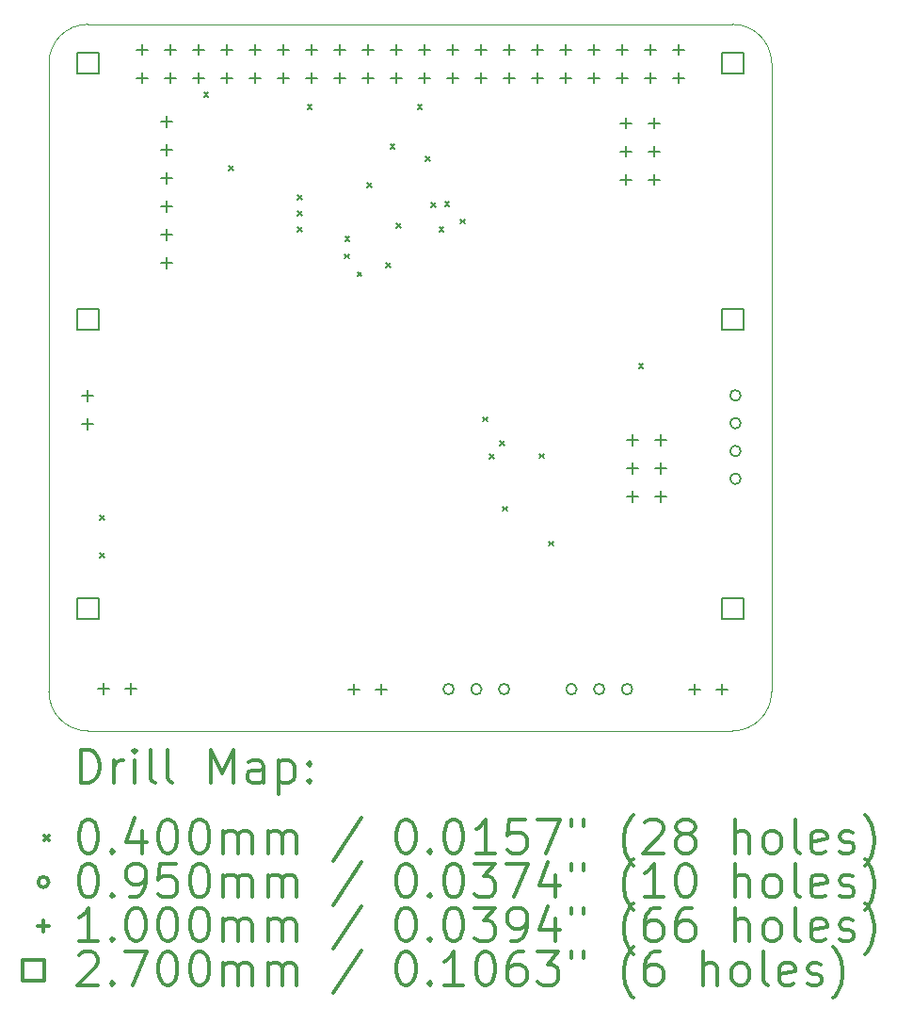
<source format=gbr>
%FSLAX45Y45*%
G04 Gerber Fmt 4.5, Leading zero omitted, Abs format (unit mm)*
G04 Created by KiCad (PCBNEW 5.1.10) date 2021-11-02 21:36:12*
%MOMM*%
%LPD*%
G01*
G04 APERTURE LIST*
%TA.AperFunction,Profile*%
%ADD10C,0.050000*%
%TD*%
%ADD11C,0.200000*%
%ADD12C,0.300000*%
G04 APERTURE END LIST*
D10*
X11530000Y-6850000D02*
X11530000Y-10200000D01*
X5030000Y-6850000D02*
X5030000Y-10200000D01*
X11530000Y-10200000D02*
G75*
G02*
X11180000Y-10550000I-350000J0D01*
G01*
X5380000Y-10550000D02*
G75*
G02*
X5030000Y-10200000I0J350000D01*
G01*
X5030000Y-4550000D02*
G75*
G02*
X5380000Y-4200000I350000J0D01*
G01*
X11180000Y-4200000D02*
G75*
G02*
X11530000Y-4550000I0J-350000D01*
G01*
X11530000Y-6850000D02*
X11530000Y-4550000D01*
X5380000Y-10550000D02*
X11180000Y-10550000D01*
X5030000Y-4550000D02*
X5030000Y-6850000D01*
X5380000Y-4200000D02*
X11180000Y-4200000D01*
D11*
X5490000Y-8615000D02*
X5530000Y-8655000D01*
X5530000Y-8615000D02*
X5490000Y-8655000D01*
X5490000Y-8955000D02*
X5530000Y-8995000D01*
X5530000Y-8955000D02*
X5490000Y-8995000D01*
X6425000Y-4815000D02*
X6465000Y-4855000D01*
X6465000Y-4815000D02*
X6425000Y-4855000D01*
X6650000Y-5475000D02*
X6690000Y-5515000D01*
X6690000Y-5475000D02*
X6650000Y-5515000D01*
X7265000Y-5735000D02*
X7305000Y-5775000D01*
X7305000Y-5735000D02*
X7265000Y-5775000D01*
X7265000Y-5880000D02*
X7305000Y-5920000D01*
X7305000Y-5880000D02*
X7265000Y-5920000D01*
X7265000Y-6025000D02*
X7305000Y-6065000D01*
X7305000Y-6025000D02*
X7265000Y-6065000D01*
X7355000Y-4925000D02*
X7395000Y-4965000D01*
X7395000Y-4925000D02*
X7355000Y-4965000D01*
X7692499Y-6265000D02*
X7732499Y-6305000D01*
X7732499Y-6265000D02*
X7692499Y-6305000D01*
X7695000Y-6105000D02*
X7735000Y-6145000D01*
X7735000Y-6105000D02*
X7695000Y-6145000D01*
X7805000Y-6425000D02*
X7845000Y-6465000D01*
X7845000Y-6425000D02*
X7805000Y-6465000D01*
X7895000Y-5625000D02*
X7935000Y-5665000D01*
X7935000Y-5625000D02*
X7895000Y-5665000D01*
X8060000Y-6345000D02*
X8100000Y-6385000D01*
X8100000Y-6345000D02*
X8060000Y-6385000D01*
X8100000Y-5275000D02*
X8140000Y-5315000D01*
X8140000Y-5275000D02*
X8100000Y-5315000D01*
X8155000Y-5990000D02*
X8195000Y-6030000D01*
X8195000Y-5990000D02*
X8155000Y-6030000D01*
X8345000Y-4925000D02*
X8385000Y-4965000D01*
X8385000Y-4925000D02*
X8345000Y-4965000D01*
X8420000Y-5390000D02*
X8460000Y-5430000D01*
X8460000Y-5390000D02*
X8420000Y-5430000D01*
X8471234Y-5803766D02*
X8511234Y-5843766D01*
X8511234Y-5803766D02*
X8471234Y-5843766D01*
X8540001Y-6025000D02*
X8580001Y-6065000D01*
X8580001Y-6025000D02*
X8540001Y-6065000D01*
X8592500Y-5792500D02*
X8632500Y-5832500D01*
X8632500Y-5792500D02*
X8592500Y-5832500D01*
X8730000Y-5950000D02*
X8770000Y-5990000D01*
X8770000Y-5950000D02*
X8730000Y-5990000D01*
X8935000Y-7730000D02*
X8975000Y-7770000D01*
X8975000Y-7730000D02*
X8935000Y-7770000D01*
X8995000Y-8062500D02*
X9035000Y-8102500D01*
X9035000Y-8062500D02*
X8995000Y-8102500D01*
X9085000Y-7945000D02*
X9125000Y-7985000D01*
X9125000Y-7945000D02*
X9085000Y-7985000D01*
X9112500Y-8532500D02*
X9152500Y-8572500D01*
X9152500Y-8532500D02*
X9112500Y-8572500D01*
X9440000Y-8060000D02*
X9480000Y-8100000D01*
X9480000Y-8060000D02*
X9440000Y-8100000D01*
X9530000Y-8847500D02*
X9570000Y-8887500D01*
X9570000Y-8847500D02*
X9530000Y-8887500D01*
X10335000Y-7250000D02*
X10375000Y-7290000D01*
X10375000Y-7250000D02*
X10335000Y-7290000D01*
X8672500Y-10175000D02*
G75*
G03*
X8672500Y-10175000I-47500J0D01*
G01*
X8922500Y-10175000D02*
G75*
G03*
X8922500Y-10175000I-47500J0D01*
G01*
X9172500Y-10175000D02*
G75*
G03*
X9172500Y-10175000I-47500J0D01*
G01*
X9777500Y-10175000D02*
G75*
G03*
X9777500Y-10175000I-47500J0D01*
G01*
X10027500Y-10175000D02*
G75*
G03*
X10027500Y-10175000I-47500J0D01*
G01*
X10277500Y-10175000D02*
G75*
G03*
X10277500Y-10175000I-47500J0D01*
G01*
X11252500Y-7535000D02*
G75*
G03*
X11252500Y-7535000I-47500J0D01*
G01*
X11252500Y-7785000D02*
G75*
G03*
X11252500Y-7785000I-47500J0D01*
G01*
X11252500Y-8035000D02*
G75*
G03*
X11252500Y-8035000I-47500J0D01*
G01*
X11252500Y-8285000D02*
G75*
G03*
X11252500Y-8285000I-47500J0D01*
G01*
X5380000Y-7490000D02*
X5380000Y-7590000D01*
X5330000Y-7540000D02*
X5430000Y-7540000D01*
X5380000Y-7740000D02*
X5380000Y-7840000D01*
X5330000Y-7790000D02*
X5430000Y-7790000D01*
X5520000Y-10120000D02*
X5520000Y-10220000D01*
X5470000Y-10170000D02*
X5570000Y-10170000D01*
X5770000Y-10120000D02*
X5770000Y-10220000D01*
X5720000Y-10170000D02*
X5820000Y-10170000D01*
X5870000Y-4376000D02*
X5870000Y-4476000D01*
X5820000Y-4426000D02*
X5920000Y-4426000D01*
X5870000Y-4630000D02*
X5870000Y-4730000D01*
X5820000Y-4680000D02*
X5920000Y-4680000D01*
X6085000Y-5025000D02*
X6085000Y-5125000D01*
X6035000Y-5075000D02*
X6135000Y-5075000D01*
X6085000Y-5279000D02*
X6085000Y-5379000D01*
X6035000Y-5329000D02*
X6135000Y-5329000D01*
X6085000Y-5533000D02*
X6085000Y-5633000D01*
X6035000Y-5583000D02*
X6135000Y-5583000D01*
X6085000Y-5787000D02*
X6085000Y-5887000D01*
X6035000Y-5837000D02*
X6135000Y-5837000D01*
X6085000Y-6041000D02*
X6085000Y-6141000D01*
X6035000Y-6091000D02*
X6135000Y-6091000D01*
X6085000Y-6295000D02*
X6085000Y-6395000D01*
X6035000Y-6345000D02*
X6135000Y-6345000D01*
X6124000Y-4376000D02*
X6124000Y-4476000D01*
X6074000Y-4426000D02*
X6174000Y-4426000D01*
X6124000Y-4630000D02*
X6124000Y-4730000D01*
X6074000Y-4680000D02*
X6174000Y-4680000D01*
X6378000Y-4376000D02*
X6378000Y-4476000D01*
X6328000Y-4426000D02*
X6428000Y-4426000D01*
X6378000Y-4630000D02*
X6378000Y-4730000D01*
X6328000Y-4680000D02*
X6428000Y-4680000D01*
X6632000Y-4376000D02*
X6632000Y-4476000D01*
X6582000Y-4426000D02*
X6682000Y-4426000D01*
X6632000Y-4630000D02*
X6632000Y-4730000D01*
X6582000Y-4680000D02*
X6682000Y-4680000D01*
X6886000Y-4376000D02*
X6886000Y-4476000D01*
X6836000Y-4426000D02*
X6936000Y-4426000D01*
X6886000Y-4630000D02*
X6886000Y-4730000D01*
X6836000Y-4680000D02*
X6936000Y-4680000D01*
X7140000Y-4376000D02*
X7140000Y-4476000D01*
X7090000Y-4426000D02*
X7190000Y-4426000D01*
X7140000Y-4630000D02*
X7140000Y-4730000D01*
X7090000Y-4680000D02*
X7190000Y-4680000D01*
X7394000Y-4376000D02*
X7394000Y-4476000D01*
X7344000Y-4426000D02*
X7444000Y-4426000D01*
X7394000Y-4630000D02*
X7394000Y-4730000D01*
X7344000Y-4680000D02*
X7444000Y-4680000D01*
X7648000Y-4376000D02*
X7648000Y-4476000D01*
X7598000Y-4426000D02*
X7698000Y-4426000D01*
X7648000Y-4630000D02*
X7648000Y-4730000D01*
X7598000Y-4680000D02*
X7698000Y-4680000D01*
X7770000Y-10125000D02*
X7770000Y-10225000D01*
X7720000Y-10175000D02*
X7820000Y-10175000D01*
X7902000Y-4376000D02*
X7902000Y-4476000D01*
X7852000Y-4426000D02*
X7952000Y-4426000D01*
X7902000Y-4630000D02*
X7902000Y-4730000D01*
X7852000Y-4680000D02*
X7952000Y-4680000D01*
X8020000Y-10125000D02*
X8020000Y-10225000D01*
X7970000Y-10175000D02*
X8070000Y-10175000D01*
X8156000Y-4376000D02*
X8156000Y-4476000D01*
X8106000Y-4426000D02*
X8206000Y-4426000D01*
X8156000Y-4630000D02*
X8156000Y-4730000D01*
X8106000Y-4680000D02*
X8206000Y-4680000D01*
X8410000Y-4376000D02*
X8410000Y-4476000D01*
X8360000Y-4426000D02*
X8460000Y-4426000D01*
X8410000Y-4630000D02*
X8410000Y-4730000D01*
X8360000Y-4680000D02*
X8460000Y-4680000D01*
X8664000Y-4376000D02*
X8664000Y-4476000D01*
X8614000Y-4426000D02*
X8714000Y-4426000D01*
X8664000Y-4630000D02*
X8664000Y-4730000D01*
X8614000Y-4680000D02*
X8714000Y-4680000D01*
X8918000Y-4376000D02*
X8918000Y-4476000D01*
X8868000Y-4426000D02*
X8968000Y-4426000D01*
X8918000Y-4630000D02*
X8918000Y-4730000D01*
X8868000Y-4680000D02*
X8968000Y-4680000D01*
X9172000Y-4376000D02*
X9172000Y-4476000D01*
X9122000Y-4426000D02*
X9222000Y-4426000D01*
X9172000Y-4630000D02*
X9172000Y-4730000D01*
X9122000Y-4680000D02*
X9222000Y-4680000D01*
X9426000Y-4376000D02*
X9426000Y-4476000D01*
X9376000Y-4426000D02*
X9476000Y-4426000D01*
X9426000Y-4630000D02*
X9426000Y-4730000D01*
X9376000Y-4680000D02*
X9476000Y-4680000D01*
X9680000Y-4376000D02*
X9680000Y-4476000D01*
X9630000Y-4426000D02*
X9730000Y-4426000D01*
X9680000Y-4630000D02*
X9680000Y-4730000D01*
X9630000Y-4680000D02*
X9730000Y-4680000D01*
X9934000Y-4376000D02*
X9934000Y-4476000D01*
X9884000Y-4426000D02*
X9984000Y-4426000D01*
X9934000Y-4630000D02*
X9934000Y-4730000D01*
X9884000Y-4680000D02*
X9984000Y-4680000D01*
X10188000Y-4376000D02*
X10188000Y-4476000D01*
X10138000Y-4426000D02*
X10238000Y-4426000D01*
X10188000Y-4630000D02*
X10188000Y-4730000D01*
X10138000Y-4680000D02*
X10238000Y-4680000D01*
X10222500Y-5037000D02*
X10222500Y-5137000D01*
X10172500Y-5087000D02*
X10272500Y-5087000D01*
X10222500Y-5291000D02*
X10222500Y-5391000D01*
X10172500Y-5341000D02*
X10272500Y-5341000D01*
X10222500Y-5545000D02*
X10222500Y-5645000D01*
X10172500Y-5595000D02*
X10272500Y-5595000D01*
X10276000Y-7887000D02*
X10276000Y-7987000D01*
X10226000Y-7937000D02*
X10326000Y-7937000D01*
X10276000Y-8141000D02*
X10276000Y-8241000D01*
X10226000Y-8191000D02*
X10326000Y-8191000D01*
X10276000Y-8395000D02*
X10276000Y-8495000D01*
X10226000Y-8445000D02*
X10326000Y-8445000D01*
X10442000Y-4376000D02*
X10442000Y-4476000D01*
X10392000Y-4426000D02*
X10492000Y-4426000D01*
X10442000Y-4630000D02*
X10442000Y-4730000D01*
X10392000Y-4680000D02*
X10492000Y-4680000D01*
X10476500Y-5037000D02*
X10476500Y-5137000D01*
X10426500Y-5087000D02*
X10526500Y-5087000D01*
X10476500Y-5291000D02*
X10476500Y-5391000D01*
X10426500Y-5341000D02*
X10526500Y-5341000D01*
X10476500Y-5545000D02*
X10476500Y-5645000D01*
X10426500Y-5595000D02*
X10526500Y-5595000D01*
X10530000Y-7887000D02*
X10530000Y-7987000D01*
X10480000Y-7937000D02*
X10580000Y-7937000D01*
X10530000Y-8141000D02*
X10530000Y-8241000D01*
X10480000Y-8191000D02*
X10580000Y-8191000D01*
X10530000Y-8395000D02*
X10530000Y-8495000D01*
X10480000Y-8445000D02*
X10580000Y-8445000D01*
X10696000Y-4376000D02*
X10696000Y-4476000D01*
X10646000Y-4426000D02*
X10746000Y-4426000D01*
X10696000Y-4630000D02*
X10696000Y-4730000D01*
X10646000Y-4680000D02*
X10746000Y-4680000D01*
X10835000Y-10125000D02*
X10835000Y-10225000D01*
X10785000Y-10175000D02*
X10885000Y-10175000D01*
X11085000Y-10125000D02*
X11085000Y-10225000D01*
X11035000Y-10175000D02*
X11135000Y-10175000D01*
X5475460Y-4645460D02*
X5475460Y-4454540D01*
X5284540Y-4454540D01*
X5284540Y-4645460D01*
X5475460Y-4645460D01*
X5475460Y-6945460D02*
X5475460Y-6754540D01*
X5284540Y-6754540D01*
X5284540Y-6945460D01*
X5475460Y-6945460D01*
X5475460Y-9545460D02*
X5475460Y-9354540D01*
X5284540Y-9354540D01*
X5284540Y-9545460D01*
X5475460Y-9545460D01*
X11275460Y-4645460D02*
X11275460Y-4454540D01*
X11084540Y-4454540D01*
X11084540Y-4645460D01*
X11275460Y-4645460D01*
X11275460Y-6945460D02*
X11275460Y-6754540D01*
X11084540Y-6754540D01*
X11084540Y-6945460D01*
X11275460Y-6945460D01*
X11275460Y-9545460D02*
X11275460Y-9354540D01*
X11084540Y-9354540D01*
X11084540Y-9545460D01*
X11275460Y-9545460D01*
D12*
X5313928Y-11018214D02*
X5313928Y-10718214D01*
X5385357Y-10718214D01*
X5428214Y-10732500D01*
X5456786Y-10761072D01*
X5471071Y-10789643D01*
X5485357Y-10846786D01*
X5485357Y-10889643D01*
X5471071Y-10946786D01*
X5456786Y-10975357D01*
X5428214Y-11003929D01*
X5385357Y-11018214D01*
X5313928Y-11018214D01*
X5613928Y-11018214D02*
X5613928Y-10818214D01*
X5613928Y-10875357D02*
X5628214Y-10846786D01*
X5642500Y-10832500D01*
X5671071Y-10818214D01*
X5699643Y-10818214D01*
X5799643Y-11018214D02*
X5799643Y-10818214D01*
X5799643Y-10718214D02*
X5785357Y-10732500D01*
X5799643Y-10746786D01*
X5813928Y-10732500D01*
X5799643Y-10718214D01*
X5799643Y-10746786D01*
X5985357Y-11018214D02*
X5956786Y-11003929D01*
X5942500Y-10975357D01*
X5942500Y-10718214D01*
X6142500Y-11018214D02*
X6113928Y-11003929D01*
X6099643Y-10975357D01*
X6099643Y-10718214D01*
X6485357Y-11018214D02*
X6485357Y-10718214D01*
X6585357Y-10932500D01*
X6685357Y-10718214D01*
X6685357Y-11018214D01*
X6956786Y-11018214D02*
X6956786Y-10861072D01*
X6942500Y-10832500D01*
X6913928Y-10818214D01*
X6856786Y-10818214D01*
X6828214Y-10832500D01*
X6956786Y-11003929D02*
X6928214Y-11018214D01*
X6856786Y-11018214D01*
X6828214Y-11003929D01*
X6813928Y-10975357D01*
X6813928Y-10946786D01*
X6828214Y-10918214D01*
X6856786Y-10903929D01*
X6928214Y-10903929D01*
X6956786Y-10889643D01*
X7099643Y-10818214D02*
X7099643Y-11118214D01*
X7099643Y-10832500D02*
X7128214Y-10818214D01*
X7185357Y-10818214D01*
X7213928Y-10832500D01*
X7228214Y-10846786D01*
X7242500Y-10875357D01*
X7242500Y-10961072D01*
X7228214Y-10989643D01*
X7213928Y-11003929D01*
X7185357Y-11018214D01*
X7128214Y-11018214D01*
X7099643Y-11003929D01*
X7371071Y-10989643D02*
X7385357Y-11003929D01*
X7371071Y-11018214D01*
X7356786Y-11003929D01*
X7371071Y-10989643D01*
X7371071Y-11018214D01*
X7371071Y-10832500D02*
X7385357Y-10846786D01*
X7371071Y-10861072D01*
X7356786Y-10846786D01*
X7371071Y-10832500D01*
X7371071Y-10861072D01*
X4987500Y-11492500D02*
X5027500Y-11532500D01*
X5027500Y-11492500D02*
X4987500Y-11532500D01*
X5371071Y-11348214D02*
X5399643Y-11348214D01*
X5428214Y-11362500D01*
X5442500Y-11376786D01*
X5456786Y-11405357D01*
X5471071Y-11462500D01*
X5471071Y-11533929D01*
X5456786Y-11591071D01*
X5442500Y-11619643D01*
X5428214Y-11633929D01*
X5399643Y-11648214D01*
X5371071Y-11648214D01*
X5342500Y-11633929D01*
X5328214Y-11619643D01*
X5313928Y-11591071D01*
X5299643Y-11533929D01*
X5299643Y-11462500D01*
X5313928Y-11405357D01*
X5328214Y-11376786D01*
X5342500Y-11362500D01*
X5371071Y-11348214D01*
X5599643Y-11619643D02*
X5613928Y-11633929D01*
X5599643Y-11648214D01*
X5585357Y-11633929D01*
X5599643Y-11619643D01*
X5599643Y-11648214D01*
X5871071Y-11448214D02*
X5871071Y-11648214D01*
X5799643Y-11333929D02*
X5728214Y-11548214D01*
X5913928Y-11548214D01*
X6085357Y-11348214D02*
X6113928Y-11348214D01*
X6142500Y-11362500D01*
X6156786Y-11376786D01*
X6171071Y-11405357D01*
X6185357Y-11462500D01*
X6185357Y-11533929D01*
X6171071Y-11591071D01*
X6156786Y-11619643D01*
X6142500Y-11633929D01*
X6113928Y-11648214D01*
X6085357Y-11648214D01*
X6056786Y-11633929D01*
X6042500Y-11619643D01*
X6028214Y-11591071D01*
X6013928Y-11533929D01*
X6013928Y-11462500D01*
X6028214Y-11405357D01*
X6042500Y-11376786D01*
X6056786Y-11362500D01*
X6085357Y-11348214D01*
X6371071Y-11348214D02*
X6399643Y-11348214D01*
X6428214Y-11362500D01*
X6442500Y-11376786D01*
X6456786Y-11405357D01*
X6471071Y-11462500D01*
X6471071Y-11533929D01*
X6456786Y-11591071D01*
X6442500Y-11619643D01*
X6428214Y-11633929D01*
X6399643Y-11648214D01*
X6371071Y-11648214D01*
X6342500Y-11633929D01*
X6328214Y-11619643D01*
X6313928Y-11591071D01*
X6299643Y-11533929D01*
X6299643Y-11462500D01*
X6313928Y-11405357D01*
X6328214Y-11376786D01*
X6342500Y-11362500D01*
X6371071Y-11348214D01*
X6599643Y-11648214D02*
X6599643Y-11448214D01*
X6599643Y-11476786D02*
X6613928Y-11462500D01*
X6642500Y-11448214D01*
X6685357Y-11448214D01*
X6713928Y-11462500D01*
X6728214Y-11491071D01*
X6728214Y-11648214D01*
X6728214Y-11491071D02*
X6742500Y-11462500D01*
X6771071Y-11448214D01*
X6813928Y-11448214D01*
X6842500Y-11462500D01*
X6856786Y-11491071D01*
X6856786Y-11648214D01*
X6999643Y-11648214D02*
X6999643Y-11448214D01*
X6999643Y-11476786D02*
X7013928Y-11462500D01*
X7042500Y-11448214D01*
X7085357Y-11448214D01*
X7113928Y-11462500D01*
X7128214Y-11491071D01*
X7128214Y-11648214D01*
X7128214Y-11491071D02*
X7142500Y-11462500D01*
X7171071Y-11448214D01*
X7213928Y-11448214D01*
X7242500Y-11462500D01*
X7256786Y-11491071D01*
X7256786Y-11648214D01*
X7842500Y-11333929D02*
X7585357Y-11719643D01*
X8228214Y-11348214D02*
X8256786Y-11348214D01*
X8285357Y-11362500D01*
X8299643Y-11376786D01*
X8313928Y-11405357D01*
X8328214Y-11462500D01*
X8328214Y-11533929D01*
X8313928Y-11591071D01*
X8299643Y-11619643D01*
X8285357Y-11633929D01*
X8256786Y-11648214D01*
X8228214Y-11648214D01*
X8199643Y-11633929D01*
X8185357Y-11619643D01*
X8171071Y-11591071D01*
X8156786Y-11533929D01*
X8156786Y-11462500D01*
X8171071Y-11405357D01*
X8185357Y-11376786D01*
X8199643Y-11362500D01*
X8228214Y-11348214D01*
X8456786Y-11619643D02*
X8471071Y-11633929D01*
X8456786Y-11648214D01*
X8442500Y-11633929D01*
X8456786Y-11619643D01*
X8456786Y-11648214D01*
X8656786Y-11348214D02*
X8685357Y-11348214D01*
X8713928Y-11362500D01*
X8728214Y-11376786D01*
X8742500Y-11405357D01*
X8756786Y-11462500D01*
X8756786Y-11533929D01*
X8742500Y-11591071D01*
X8728214Y-11619643D01*
X8713928Y-11633929D01*
X8685357Y-11648214D01*
X8656786Y-11648214D01*
X8628214Y-11633929D01*
X8613928Y-11619643D01*
X8599643Y-11591071D01*
X8585357Y-11533929D01*
X8585357Y-11462500D01*
X8599643Y-11405357D01*
X8613928Y-11376786D01*
X8628214Y-11362500D01*
X8656786Y-11348214D01*
X9042500Y-11648214D02*
X8871071Y-11648214D01*
X8956786Y-11648214D02*
X8956786Y-11348214D01*
X8928214Y-11391071D01*
X8899643Y-11419643D01*
X8871071Y-11433929D01*
X9313928Y-11348214D02*
X9171071Y-11348214D01*
X9156786Y-11491071D01*
X9171071Y-11476786D01*
X9199643Y-11462500D01*
X9271071Y-11462500D01*
X9299643Y-11476786D01*
X9313928Y-11491071D01*
X9328214Y-11519643D01*
X9328214Y-11591071D01*
X9313928Y-11619643D01*
X9299643Y-11633929D01*
X9271071Y-11648214D01*
X9199643Y-11648214D01*
X9171071Y-11633929D01*
X9156786Y-11619643D01*
X9428214Y-11348214D02*
X9628214Y-11348214D01*
X9499643Y-11648214D01*
X9728214Y-11348214D02*
X9728214Y-11405357D01*
X9842500Y-11348214D02*
X9842500Y-11405357D01*
X10285357Y-11762500D02*
X10271071Y-11748214D01*
X10242500Y-11705357D01*
X10228214Y-11676786D01*
X10213928Y-11633929D01*
X10199643Y-11562500D01*
X10199643Y-11505357D01*
X10213928Y-11433929D01*
X10228214Y-11391071D01*
X10242500Y-11362500D01*
X10271071Y-11319643D01*
X10285357Y-11305357D01*
X10385357Y-11376786D02*
X10399643Y-11362500D01*
X10428214Y-11348214D01*
X10499643Y-11348214D01*
X10528214Y-11362500D01*
X10542500Y-11376786D01*
X10556786Y-11405357D01*
X10556786Y-11433929D01*
X10542500Y-11476786D01*
X10371071Y-11648214D01*
X10556786Y-11648214D01*
X10728214Y-11476786D02*
X10699643Y-11462500D01*
X10685357Y-11448214D01*
X10671071Y-11419643D01*
X10671071Y-11405357D01*
X10685357Y-11376786D01*
X10699643Y-11362500D01*
X10728214Y-11348214D01*
X10785357Y-11348214D01*
X10813928Y-11362500D01*
X10828214Y-11376786D01*
X10842500Y-11405357D01*
X10842500Y-11419643D01*
X10828214Y-11448214D01*
X10813928Y-11462500D01*
X10785357Y-11476786D01*
X10728214Y-11476786D01*
X10699643Y-11491071D01*
X10685357Y-11505357D01*
X10671071Y-11533929D01*
X10671071Y-11591071D01*
X10685357Y-11619643D01*
X10699643Y-11633929D01*
X10728214Y-11648214D01*
X10785357Y-11648214D01*
X10813928Y-11633929D01*
X10828214Y-11619643D01*
X10842500Y-11591071D01*
X10842500Y-11533929D01*
X10828214Y-11505357D01*
X10813928Y-11491071D01*
X10785357Y-11476786D01*
X11199643Y-11648214D02*
X11199643Y-11348214D01*
X11328214Y-11648214D02*
X11328214Y-11491071D01*
X11313928Y-11462500D01*
X11285357Y-11448214D01*
X11242500Y-11448214D01*
X11213928Y-11462500D01*
X11199643Y-11476786D01*
X11513928Y-11648214D02*
X11485357Y-11633929D01*
X11471071Y-11619643D01*
X11456786Y-11591071D01*
X11456786Y-11505357D01*
X11471071Y-11476786D01*
X11485357Y-11462500D01*
X11513928Y-11448214D01*
X11556786Y-11448214D01*
X11585357Y-11462500D01*
X11599643Y-11476786D01*
X11613928Y-11505357D01*
X11613928Y-11591071D01*
X11599643Y-11619643D01*
X11585357Y-11633929D01*
X11556786Y-11648214D01*
X11513928Y-11648214D01*
X11785357Y-11648214D02*
X11756786Y-11633929D01*
X11742500Y-11605357D01*
X11742500Y-11348214D01*
X12013928Y-11633929D02*
X11985357Y-11648214D01*
X11928214Y-11648214D01*
X11899643Y-11633929D01*
X11885357Y-11605357D01*
X11885357Y-11491071D01*
X11899643Y-11462500D01*
X11928214Y-11448214D01*
X11985357Y-11448214D01*
X12013928Y-11462500D01*
X12028214Y-11491071D01*
X12028214Y-11519643D01*
X11885357Y-11548214D01*
X12142500Y-11633929D02*
X12171071Y-11648214D01*
X12228214Y-11648214D01*
X12256786Y-11633929D01*
X12271071Y-11605357D01*
X12271071Y-11591071D01*
X12256786Y-11562500D01*
X12228214Y-11548214D01*
X12185357Y-11548214D01*
X12156786Y-11533929D01*
X12142500Y-11505357D01*
X12142500Y-11491071D01*
X12156786Y-11462500D01*
X12185357Y-11448214D01*
X12228214Y-11448214D01*
X12256786Y-11462500D01*
X12371071Y-11762500D02*
X12385357Y-11748214D01*
X12413928Y-11705357D01*
X12428214Y-11676786D01*
X12442500Y-11633929D01*
X12456786Y-11562500D01*
X12456786Y-11505357D01*
X12442500Y-11433929D01*
X12428214Y-11391071D01*
X12413928Y-11362500D01*
X12385357Y-11319643D01*
X12371071Y-11305357D01*
X5027500Y-11908500D02*
G75*
G03*
X5027500Y-11908500I-47500J0D01*
G01*
X5371071Y-11744214D02*
X5399643Y-11744214D01*
X5428214Y-11758500D01*
X5442500Y-11772786D01*
X5456786Y-11801357D01*
X5471071Y-11858500D01*
X5471071Y-11929929D01*
X5456786Y-11987071D01*
X5442500Y-12015643D01*
X5428214Y-12029929D01*
X5399643Y-12044214D01*
X5371071Y-12044214D01*
X5342500Y-12029929D01*
X5328214Y-12015643D01*
X5313928Y-11987071D01*
X5299643Y-11929929D01*
X5299643Y-11858500D01*
X5313928Y-11801357D01*
X5328214Y-11772786D01*
X5342500Y-11758500D01*
X5371071Y-11744214D01*
X5599643Y-12015643D02*
X5613928Y-12029929D01*
X5599643Y-12044214D01*
X5585357Y-12029929D01*
X5599643Y-12015643D01*
X5599643Y-12044214D01*
X5756786Y-12044214D02*
X5813928Y-12044214D01*
X5842500Y-12029929D01*
X5856786Y-12015643D01*
X5885357Y-11972786D01*
X5899643Y-11915643D01*
X5899643Y-11801357D01*
X5885357Y-11772786D01*
X5871071Y-11758500D01*
X5842500Y-11744214D01*
X5785357Y-11744214D01*
X5756786Y-11758500D01*
X5742500Y-11772786D01*
X5728214Y-11801357D01*
X5728214Y-11872786D01*
X5742500Y-11901357D01*
X5756786Y-11915643D01*
X5785357Y-11929929D01*
X5842500Y-11929929D01*
X5871071Y-11915643D01*
X5885357Y-11901357D01*
X5899643Y-11872786D01*
X6171071Y-11744214D02*
X6028214Y-11744214D01*
X6013928Y-11887071D01*
X6028214Y-11872786D01*
X6056786Y-11858500D01*
X6128214Y-11858500D01*
X6156786Y-11872786D01*
X6171071Y-11887071D01*
X6185357Y-11915643D01*
X6185357Y-11987071D01*
X6171071Y-12015643D01*
X6156786Y-12029929D01*
X6128214Y-12044214D01*
X6056786Y-12044214D01*
X6028214Y-12029929D01*
X6013928Y-12015643D01*
X6371071Y-11744214D02*
X6399643Y-11744214D01*
X6428214Y-11758500D01*
X6442500Y-11772786D01*
X6456786Y-11801357D01*
X6471071Y-11858500D01*
X6471071Y-11929929D01*
X6456786Y-11987071D01*
X6442500Y-12015643D01*
X6428214Y-12029929D01*
X6399643Y-12044214D01*
X6371071Y-12044214D01*
X6342500Y-12029929D01*
X6328214Y-12015643D01*
X6313928Y-11987071D01*
X6299643Y-11929929D01*
X6299643Y-11858500D01*
X6313928Y-11801357D01*
X6328214Y-11772786D01*
X6342500Y-11758500D01*
X6371071Y-11744214D01*
X6599643Y-12044214D02*
X6599643Y-11844214D01*
X6599643Y-11872786D02*
X6613928Y-11858500D01*
X6642500Y-11844214D01*
X6685357Y-11844214D01*
X6713928Y-11858500D01*
X6728214Y-11887071D01*
X6728214Y-12044214D01*
X6728214Y-11887071D02*
X6742500Y-11858500D01*
X6771071Y-11844214D01*
X6813928Y-11844214D01*
X6842500Y-11858500D01*
X6856786Y-11887071D01*
X6856786Y-12044214D01*
X6999643Y-12044214D02*
X6999643Y-11844214D01*
X6999643Y-11872786D02*
X7013928Y-11858500D01*
X7042500Y-11844214D01*
X7085357Y-11844214D01*
X7113928Y-11858500D01*
X7128214Y-11887071D01*
X7128214Y-12044214D01*
X7128214Y-11887071D02*
X7142500Y-11858500D01*
X7171071Y-11844214D01*
X7213928Y-11844214D01*
X7242500Y-11858500D01*
X7256786Y-11887071D01*
X7256786Y-12044214D01*
X7842500Y-11729929D02*
X7585357Y-12115643D01*
X8228214Y-11744214D02*
X8256786Y-11744214D01*
X8285357Y-11758500D01*
X8299643Y-11772786D01*
X8313928Y-11801357D01*
X8328214Y-11858500D01*
X8328214Y-11929929D01*
X8313928Y-11987071D01*
X8299643Y-12015643D01*
X8285357Y-12029929D01*
X8256786Y-12044214D01*
X8228214Y-12044214D01*
X8199643Y-12029929D01*
X8185357Y-12015643D01*
X8171071Y-11987071D01*
X8156786Y-11929929D01*
X8156786Y-11858500D01*
X8171071Y-11801357D01*
X8185357Y-11772786D01*
X8199643Y-11758500D01*
X8228214Y-11744214D01*
X8456786Y-12015643D02*
X8471071Y-12029929D01*
X8456786Y-12044214D01*
X8442500Y-12029929D01*
X8456786Y-12015643D01*
X8456786Y-12044214D01*
X8656786Y-11744214D02*
X8685357Y-11744214D01*
X8713928Y-11758500D01*
X8728214Y-11772786D01*
X8742500Y-11801357D01*
X8756786Y-11858500D01*
X8756786Y-11929929D01*
X8742500Y-11987071D01*
X8728214Y-12015643D01*
X8713928Y-12029929D01*
X8685357Y-12044214D01*
X8656786Y-12044214D01*
X8628214Y-12029929D01*
X8613928Y-12015643D01*
X8599643Y-11987071D01*
X8585357Y-11929929D01*
X8585357Y-11858500D01*
X8599643Y-11801357D01*
X8613928Y-11772786D01*
X8628214Y-11758500D01*
X8656786Y-11744214D01*
X8856786Y-11744214D02*
X9042500Y-11744214D01*
X8942500Y-11858500D01*
X8985357Y-11858500D01*
X9013928Y-11872786D01*
X9028214Y-11887071D01*
X9042500Y-11915643D01*
X9042500Y-11987071D01*
X9028214Y-12015643D01*
X9013928Y-12029929D01*
X8985357Y-12044214D01*
X8899643Y-12044214D01*
X8871071Y-12029929D01*
X8856786Y-12015643D01*
X9142500Y-11744214D02*
X9342500Y-11744214D01*
X9213928Y-12044214D01*
X9585357Y-11844214D02*
X9585357Y-12044214D01*
X9513928Y-11729929D02*
X9442500Y-11944214D01*
X9628214Y-11944214D01*
X9728214Y-11744214D02*
X9728214Y-11801357D01*
X9842500Y-11744214D02*
X9842500Y-11801357D01*
X10285357Y-12158500D02*
X10271071Y-12144214D01*
X10242500Y-12101357D01*
X10228214Y-12072786D01*
X10213928Y-12029929D01*
X10199643Y-11958500D01*
X10199643Y-11901357D01*
X10213928Y-11829929D01*
X10228214Y-11787071D01*
X10242500Y-11758500D01*
X10271071Y-11715643D01*
X10285357Y-11701357D01*
X10556786Y-12044214D02*
X10385357Y-12044214D01*
X10471071Y-12044214D02*
X10471071Y-11744214D01*
X10442500Y-11787071D01*
X10413928Y-11815643D01*
X10385357Y-11829929D01*
X10742500Y-11744214D02*
X10771071Y-11744214D01*
X10799643Y-11758500D01*
X10813928Y-11772786D01*
X10828214Y-11801357D01*
X10842500Y-11858500D01*
X10842500Y-11929929D01*
X10828214Y-11987071D01*
X10813928Y-12015643D01*
X10799643Y-12029929D01*
X10771071Y-12044214D01*
X10742500Y-12044214D01*
X10713928Y-12029929D01*
X10699643Y-12015643D01*
X10685357Y-11987071D01*
X10671071Y-11929929D01*
X10671071Y-11858500D01*
X10685357Y-11801357D01*
X10699643Y-11772786D01*
X10713928Y-11758500D01*
X10742500Y-11744214D01*
X11199643Y-12044214D02*
X11199643Y-11744214D01*
X11328214Y-12044214D02*
X11328214Y-11887071D01*
X11313928Y-11858500D01*
X11285357Y-11844214D01*
X11242500Y-11844214D01*
X11213928Y-11858500D01*
X11199643Y-11872786D01*
X11513928Y-12044214D02*
X11485357Y-12029929D01*
X11471071Y-12015643D01*
X11456786Y-11987071D01*
X11456786Y-11901357D01*
X11471071Y-11872786D01*
X11485357Y-11858500D01*
X11513928Y-11844214D01*
X11556786Y-11844214D01*
X11585357Y-11858500D01*
X11599643Y-11872786D01*
X11613928Y-11901357D01*
X11613928Y-11987071D01*
X11599643Y-12015643D01*
X11585357Y-12029929D01*
X11556786Y-12044214D01*
X11513928Y-12044214D01*
X11785357Y-12044214D02*
X11756786Y-12029929D01*
X11742500Y-12001357D01*
X11742500Y-11744214D01*
X12013928Y-12029929D02*
X11985357Y-12044214D01*
X11928214Y-12044214D01*
X11899643Y-12029929D01*
X11885357Y-12001357D01*
X11885357Y-11887071D01*
X11899643Y-11858500D01*
X11928214Y-11844214D01*
X11985357Y-11844214D01*
X12013928Y-11858500D01*
X12028214Y-11887071D01*
X12028214Y-11915643D01*
X11885357Y-11944214D01*
X12142500Y-12029929D02*
X12171071Y-12044214D01*
X12228214Y-12044214D01*
X12256786Y-12029929D01*
X12271071Y-12001357D01*
X12271071Y-11987071D01*
X12256786Y-11958500D01*
X12228214Y-11944214D01*
X12185357Y-11944214D01*
X12156786Y-11929929D01*
X12142500Y-11901357D01*
X12142500Y-11887071D01*
X12156786Y-11858500D01*
X12185357Y-11844214D01*
X12228214Y-11844214D01*
X12256786Y-11858500D01*
X12371071Y-12158500D02*
X12385357Y-12144214D01*
X12413928Y-12101357D01*
X12428214Y-12072786D01*
X12442500Y-12029929D01*
X12456786Y-11958500D01*
X12456786Y-11901357D01*
X12442500Y-11829929D01*
X12428214Y-11787071D01*
X12413928Y-11758500D01*
X12385357Y-11715643D01*
X12371071Y-11701357D01*
X4977500Y-12254500D02*
X4977500Y-12354500D01*
X4927500Y-12304500D02*
X5027500Y-12304500D01*
X5471071Y-12440214D02*
X5299643Y-12440214D01*
X5385357Y-12440214D02*
X5385357Y-12140214D01*
X5356786Y-12183071D01*
X5328214Y-12211643D01*
X5299643Y-12225929D01*
X5599643Y-12411643D02*
X5613928Y-12425929D01*
X5599643Y-12440214D01*
X5585357Y-12425929D01*
X5599643Y-12411643D01*
X5599643Y-12440214D01*
X5799643Y-12140214D02*
X5828214Y-12140214D01*
X5856786Y-12154500D01*
X5871071Y-12168786D01*
X5885357Y-12197357D01*
X5899643Y-12254500D01*
X5899643Y-12325929D01*
X5885357Y-12383071D01*
X5871071Y-12411643D01*
X5856786Y-12425929D01*
X5828214Y-12440214D01*
X5799643Y-12440214D01*
X5771071Y-12425929D01*
X5756786Y-12411643D01*
X5742500Y-12383071D01*
X5728214Y-12325929D01*
X5728214Y-12254500D01*
X5742500Y-12197357D01*
X5756786Y-12168786D01*
X5771071Y-12154500D01*
X5799643Y-12140214D01*
X6085357Y-12140214D02*
X6113928Y-12140214D01*
X6142500Y-12154500D01*
X6156786Y-12168786D01*
X6171071Y-12197357D01*
X6185357Y-12254500D01*
X6185357Y-12325929D01*
X6171071Y-12383071D01*
X6156786Y-12411643D01*
X6142500Y-12425929D01*
X6113928Y-12440214D01*
X6085357Y-12440214D01*
X6056786Y-12425929D01*
X6042500Y-12411643D01*
X6028214Y-12383071D01*
X6013928Y-12325929D01*
X6013928Y-12254500D01*
X6028214Y-12197357D01*
X6042500Y-12168786D01*
X6056786Y-12154500D01*
X6085357Y-12140214D01*
X6371071Y-12140214D02*
X6399643Y-12140214D01*
X6428214Y-12154500D01*
X6442500Y-12168786D01*
X6456786Y-12197357D01*
X6471071Y-12254500D01*
X6471071Y-12325929D01*
X6456786Y-12383071D01*
X6442500Y-12411643D01*
X6428214Y-12425929D01*
X6399643Y-12440214D01*
X6371071Y-12440214D01*
X6342500Y-12425929D01*
X6328214Y-12411643D01*
X6313928Y-12383071D01*
X6299643Y-12325929D01*
X6299643Y-12254500D01*
X6313928Y-12197357D01*
X6328214Y-12168786D01*
X6342500Y-12154500D01*
X6371071Y-12140214D01*
X6599643Y-12440214D02*
X6599643Y-12240214D01*
X6599643Y-12268786D02*
X6613928Y-12254500D01*
X6642500Y-12240214D01*
X6685357Y-12240214D01*
X6713928Y-12254500D01*
X6728214Y-12283071D01*
X6728214Y-12440214D01*
X6728214Y-12283071D02*
X6742500Y-12254500D01*
X6771071Y-12240214D01*
X6813928Y-12240214D01*
X6842500Y-12254500D01*
X6856786Y-12283071D01*
X6856786Y-12440214D01*
X6999643Y-12440214D02*
X6999643Y-12240214D01*
X6999643Y-12268786D02*
X7013928Y-12254500D01*
X7042500Y-12240214D01*
X7085357Y-12240214D01*
X7113928Y-12254500D01*
X7128214Y-12283071D01*
X7128214Y-12440214D01*
X7128214Y-12283071D02*
X7142500Y-12254500D01*
X7171071Y-12240214D01*
X7213928Y-12240214D01*
X7242500Y-12254500D01*
X7256786Y-12283071D01*
X7256786Y-12440214D01*
X7842500Y-12125929D02*
X7585357Y-12511643D01*
X8228214Y-12140214D02*
X8256786Y-12140214D01*
X8285357Y-12154500D01*
X8299643Y-12168786D01*
X8313928Y-12197357D01*
X8328214Y-12254500D01*
X8328214Y-12325929D01*
X8313928Y-12383071D01*
X8299643Y-12411643D01*
X8285357Y-12425929D01*
X8256786Y-12440214D01*
X8228214Y-12440214D01*
X8199643Y-12425929D01*
X8185357Y-12411643D01*
X8171071Y-12383071D01*
X8156786Y-12325929D01*
X8156786Y-12254500D01*
X8171071Y-12197357D01*
X8185357Y-12168786D01*
X8199643Y-12154500D01*
X8228214Y-12140214D01*
X8456786Y-12411643D02*
X8471071Y-12425929D01*
X8456786Y-12440214D01*
X8442500Y-12425929D01*
X8456786Y-12411643D01*
X8456786Y-12440214D01*
X8656786Y-12140214D02*
X8685357Y-12140214D01*
X8713928Y-12154500D01*
X8728214Y-12168786D01*
X8742500Y-12197357D01*
X8756786Y-12254500D01*
X8756786Y-12325929D01*
X8742500Y-12383071D01*
X8728214Y-12411643D01*
X8713928Y-12425929D01*
X8685357Y-12440214D01*
X8656786Y-12440214D01*
X8628214Y-12425929D01*
X8613928Y-12411643D01*
X8599643Y-12383071D01*
X8585357Y-12325929D01*
X8585357Y-12254500D01*
X8599643Y-12197357D01*
X8613928Y-12168786D01*
X8628214Y-12154500D01*
X8656786Y-12140214D01*
X8856786Y-12140214D02*
X9042500Y-12140214D01*
X8942500Y-12254500D01*
X8985357Y-12254500D01*
X9013928Y-12268786D01*
X9028214Y-12283071D01*
X9042500Y-12311643D01*
X9042500Y-12383071D01*
X9028214Y-12411643D01*
X9013928Y-12425929D01*
X8985357Y-12440214D01*
X8899643Y-12440214D01*
X8871071Y-12425929D01*
X8856786Y-12411643D01*
X9185357Y-12440214D02*
X9242500Y-12440214D01*
X9271071Y-12425929D01*
X9285357Y-12411643D01*
X9313928Y-12368786D01*
X9328214Y-12311643D01*
X9328214Y-12197357D01*
X9313928Y-12168786D01*
X9299643Y-12154500D01*
X9271071Y-12140214D01*
X9213928Y-12140214D01*
X9185357Y-12154500D01*
X9171071Y-12168786D01*
X9156786Y-12197357D01*
X9156786Y-12268786D01*
X9171071Y-12297357D01*
X9185357Y-12311643D01*
X9213928Y-12325929D01*
X9271071Y-12325929D01*
X9299643Y-12311643D01*
X9313928Y-12297357D01*
X9328214Y-12268786D01*
X9585357Y-12240214D02*
X9585357Y-12440214D01*
X9513928Y-12125929D02*
X9442500Y-12340214D01*
X9628214Y-12340214D01*
X9728214Y-12140214D02*
X9728214Y-12197357D01*
X9842500Y-12140214D02*
X9842500Y-12197357D01*
X10285357Y-12554500D02*
X10271071Y-12540214D01*
X10242500Y-12497357D01*
X10228214Y-12468786D01*
X10213928Y-12425929D01*
X10199643Y-12354500D01*
X10199643Y-12297357D01*
X10213928Y-12225929D01*
X10228214Y-12183071D01*
X10242500Y-12154500D01*
X10271071Y-12111643D01*
X10285357Y-12097357D01*
X10528214Y-12140214D02*
X10471071Y-12140214D01*
X10442500Y-12154500D01*
X10428214Y-12168786D01*
X10399643Y-12211643D01*
X10385357Y-12268786D01*
X10385357Y-12383071D01*
X10399643Y-12411643D01*
X10413928Y-12425929D01*
X10442500Y-12440214D01*
X10499643Y-12440214D01*
X10528214Y-12425929D01*
X10542500Y-12411643D01*
X10556786Y-12383071D01*
X10556786Y-12311643D01*
X10542500Y-12283071D01*
X10528214Y-12268786D01*
X10499643Y-12254500D01*
X10442500Y-12254500D01*
X10413928Y-12268786D01*
X10399643Y-12283071D01*
X10385357Y-12311643D01*
X10813928Y-12140214D02*
X10756786Y-12140214D01*
X10728214Y-12154500D01*
X10713928Y-12168786D01*
X10685357Y-12211643D01*
X10671071Y-12268786D01*
X10671071Y-12383071D01*
X10685357Y-12411643D01*
X10699643Y-12425929D01*
X10728214Y-12440214D01*
X10785357Y-12440214D01*
X10813928Y-12425929D01*
X10828214Y-12411643D01*
X10842500Y-12383071D01*
X10842500Y-12311643D01*
X10828214Y-12283071D01*
X10813928Y-12268786D01*
X10785357Y-12254500D01*
X10728214Y-12254500D01*
X10699643Y-12268786D01*
X10685357Y-12283071D01*
X10671071Y-12311643D01*
X11199643Y-12440214D02*
X11199643Y-12140214D01*
X11328214Y-12440214D02*
X11328214Y-12283071D01*
X11313928Y-12254500D01*
X11285357Y-12240214D01*
X11242500Y-12240214D01*
X11213928Y-12254500D01*
X11199643Y-12268786D01*
X11513928Y-12440214D02*
X11485357Y-12425929D01*
X11471071Y-12411643D01*
X11456786Y-12383071D01*
X11456786Y-12297357D01*
X11471071Y-12268786D01*
X11485357Y-12254500D01*
X11513928Y-12240214D01*
X11556786Y-12240214D01*
X11585357Y-12254500D01*
X11599643Y-12268786D01*
X11613928Y-12297357D01*
X11613928Y-12383071D01*
X11599643Y-12411643D01*
X11585357Y-12425929D01*
X11556786Y-12440214D01*
X11513928Y-12440214D01*
X11785357Y-12440214D02*
X11756786Y-12425929D01*
X11742500Y-12397357D01*
X11742500Y-12140214D01*
X12013928Y-12425929D02*
X11985357Y-12440214D01*
X11928214Y-12440214D01*
X11899643Y-12425929D01*
X11885357Y-12397357D01*
X11885357Y-12283071D01*
X11899643Y-12254500D01*
X11928214Y-12240214D01*
X11985357Y-12240214D01*
X12013928Y-12254500D01*
X12028214Y-12283071D01*
X12028214Y-12311643D01*
X11885357Y-12340214D01*
X12142500Y-12425929D02*
X12171071Y-12440214D01*
X12228214Y-12440214D01*
X12256786Y-12425929D01*
X12271071Y-12397357D01*
X12271071Y-12383071D01*
X12256786Y-12354500D01*
X12228214Y-12340214D01*
X12185357Y-12340214D01*
X12156786Y-12325929D01*
X12142500Y-12297357D01*
X12142500Y-12283071D01*
X12156786Y-12254500D01*
X12185357Y-12240214D01*
X12228214Y-12240214D01*
X12256786Y-12254500D01*
X12371071Y-12554500D02*
X12385357Y-12540214D01*
X12413928Y-12497357D01*
X12428214Y-12468786D01*
X12442500Y-12425929D01*
X12456786Y-12354500D01*
X12456786Y-12297357D01*
X12442500Y-12225929D01*
X12428214Y-12183071D01*
X12413928Y-12154500D01*
X12385357Y-12111643D01*
X12371071Y-12097357D01*
X4987960Y-12795960D02*
X4987960Y-12605040D01*
X4797040Y-12605040D01*
X4797040Y-12795960D01*
X4987960Y-12795960D01*
X5299643Y-12564786D02*
X5313928Y-12550500D01*
X5342500Y-12536214D01*
X5413928Y-12536214D01*
X5442500Y-12550500D01*
X5456786Y-12564786D01*
X5471071Y-12593357D01*
X5471071Y-12621929D01*
X5456786Y-12664786D01*
X5285357Y-12836214D01*
X5471071Y-12836214D01*
X5599643Y-12807643D02*
X5613928Y-12821929D01*
X5599643Y-12836214D01*
X5585357Y-12821929D01*
X5599643Y-12807643D01*
X5599643Y-12836214D01*
X5713928Y-12536214D02*
X5913928Y-12536214D01*
X5785357Y-12836214D01*
X6085357Y-12536214D02*
X6113928Y-12536214D01*
X6142500Y-12550500D01*
X6156786Y-12564786D01*
X6171071Y-12593357D01*
X6185357Y-12650500D01*
X6185357Y-12721929D01*
X6171071Y-12779071D01*
X6156786Y-12807643D01*
X6142500Y-12821929D01*
X6113928Y-12836214D01*
X6085357Y-12836214D01*
X6056786Y-12821929D01*
X6042500Y-12807643D01*
X6028214Y-12779071D01*
X6013928Y-12721929D01*
X6013928Y-12650500D01*
X6028214Y-12593357D01*
X6042500Y-12564786D01*
X6056786Y-12550500D01*
X6085357Y-12536214D01*
X6371071Y-12536214D02*
X6399643Y-12536214D01*
X6428214Y-12550500D01*
X6442500Y-12564786D01*
X6456786Y-12593357D01*
X6471071Y-12650500D01*
X6471071Y-12721929D01*
X6456786Y-12779071D01*
X6442500Y-12807643D01*
X6428214Y-12821929D01*
X6399643Y-12836214D01*
X6371071Y-12836214D01*
X6342500Y-12821929D01*
X6328214Y-12807643D01*
X6313928Y-12779071D01*
X6299643Y-12721929D01*
X6299643Y-12650500D01*
X6313928Y-12593357D01*
X6328214Y-12564786D01*
X6342500Y-12550500D01*
X6371071Y-12536214D01*
X6599643Y-12836214D02*
X6599643Y-12636214D01*
X6599643Y-12664786D02*
X6613928Y-12650500D01*
X6642500Y-12636214D01*
X6685357Y-12636214D01*
X6713928Y-12650500D01*
X6728214Y-12679071D01*
X6728214Y-12836214D01*
X6728214Y-12679071D02*
X6742500Y-12650500D01*
X6771071Y-12636214D01*
X6813928Y-12636214D01*
X6842500Y-12650500D01*
X6856786Y-12679071D01*
X6856786Y-12836214D01*
X6999643Y-12836214D02*
X6999643Y-12636214D01*
X6999643Y-12664786D02*
X7013928Y-12650500D01*
X7042500Y-12636214D01*
X7085357Y-12636214D01*
X7113928Y-12650500D01*
X7128214Y-12679071D01*
X7128214Y-12836214D01*
X7128214Y-12679071D02*
X7142500Y-12650500D01*
X7171071Y-12636214D01*
X7213928Y-12636214D01*
X7242500Y-12650500D01*
X7256786Y-12679071D01*
X7256786Y-12836214D01*
X7842500Y-12521929D02*
X7585357Y-12907643D01*
X8228214Y-12536214D02*
X8256786Y-12536214D01*
X8285357Y-12550500D01*
X8299643Y-12564786D01*
X8313928Y-12593357D01*
X8328214Y-12650500D01*
X8328214Y-12721929D01*
X8313928Y-12779071D01*
X8299643Y-12807643D01*
X8285357Y-12821929D01*
X8256786Y-12836214D01*
X8228214Y-12836214D01*
X8199643Y-12821929D01*
X8185357Y-12807643D01*
X8171071Y-12779071D01*
X8156786Y-12721929D01*
X8156786Y-12650500D01*
X8171071Y-12593357D01*
X8185357Y-12564786D01*
X8199643Y-12550500D01*
X8228214Y-12536214D01*
X8456786Y-12807643D02*
X8471071Y-12821929D01*
X8456786Y-12836214D01*
X8442500Y-12821929D01*
X8456786Y-12807643D01*
X8456786Y-12836214D01*
X8756786Y-12836214D02*
X8585357Y-12836214D01*
X8671071Y-12836214D02*
X8671071Y-12536214D01*
X8642500Y-12579071D01*
X8613928Y-12607643D01*
X8585357Y-12621929D01*
X8942500Y-12536214D02*
X8971071Y-12536214D01*
X8999643Y-12550500D01*
X9013928Y-12564786D01*
X9028214Y-12593357D01*
X9042500Y-12650500D01*
X9042500Y-12721929D01*
X9028214Y-12779071D01*
X9013928Y-12807643D01*
X8999643Y-12821929D01*
X8971071Y-12836214D01*
X8942500Y-12836214D01*
X8913928Y-12821929D01*
X8899643Y-12807643D01*
X8885357Y-12779071D01*
X8871071Y-12721929D01*
X8871071Y-12650500D01*
X8885357Y-12593357D01*
X8899643Y-12564786D01*
X8913928Y-12550500D01*
X8942500Y-12536214D01*
X9299643Y-12536214D02*
X9242500Y-12536214D01*
X9213928Y-12550500D01*
X9199643Y-12564786D01*
X9171071Y-12607643D01*
X9156786Y-12664786D01*
X9156786Y-12779071D01*
X9171071Y-12807643D01*
X9185357Y-12821929D01*
X9213928Y-12836214D01*
X9271071Y-12836214D01*
X9299643Y-12821929D01*
X9313928Y-12807643D01*
X9328214Y-12779071D01*
X9328214Y-12707643D01*
X9313928Y-12679071D01*
X9299643Y-12664786D01*
X9271071Y-12650500D01*
X9213928Y-12650500D01*
X9185357Y-12664786D01*
X9171071Y-12679071D01*
X9156786Y-12707643D01*
X9428214Y-12536214D02*
X9613928Y-12536214D01*
X9513928Y-12650500D01*
X9556786Y-12650500D01*
X9585357Y-12664786D01*
X9599643Y-12679071D01*
X9613928Y-12707643D01*
X9613928Y-12779071D01*
X9599643Y-12807643D01*
X9585357Y-12821929D01*
X9556786Y-12836214D01*
X9471071Y-12836214D01*
X9442500Y-12821929D01*
X9428214Y-12807643D01*
X9728214Y-12536214D02*
X9728214Y-12593357D01*
X9842500Y-12536214D02*
X9842500Y-12593357D01*
X10285357Y-12950500D02*
X10271071Y-12936214D01*
X10242500Y-12893357D01*
X10228214Y-12864786D01*
X10213928Y-12821929D01*
X10199643Y-12750500D01*
X10199643Y-12693357D01*
X10213928Y-12621929D01*
X10228214Y-12579071D01*
X10242500Y-12550500D01*
X10271071Y-12507643D01*
X10285357Y-12493357D01*
X10528214Y-12536214D02*
X10471071Y-12536214D01*
X10442500Y-12550500D01*
X10428214Y-12564786D01*
X10399643Y-12607643D01*
X10385357Y-12664786D01*
X10385357Y-12779071D01*
X10399643Y-12807643D01*
X10413928Y-12821929D01*
X10442500Y-12836214D01*
X10499643Y-12836214D01*
X10528214Y-12821929D01*
X10542500Y-12807643D01*
X10556786Y-12779071D01*
X10556786Y-12707643D01*
X10542500Y-12679071D01*
X10528214Y-12664786D01*
X10499643Y-12650500D01*
X10442500Y-12650500D01*
X10413928Y-12664786D01*
X10399643Y-12679071D01*
X10385357Y-12707643D01*
X10913928Y-12836214D02*
X10913928Y-12536214D01*
X11042500Y-12836214D02*
X11042500Y-12679071D01*
X11028214Y-12650500D01*
X10999643Y-12636214D01*
X10956786Y-12636214D01*
X10928214Y-12650500D01*
X10913928Y-12664786D01*
X11228214Y-12836214D02*
X11199643Y-12821929D01*
X11185357Y-12807643D01*
X11171071Y-12779071D01*
X11171071Y-12693357D01*
X11185357Y-12664786D01*
X11199643Y-12650500D01*
X11228214Y-12636214D01*
X11271071Y-12636214D01*
X11299643Y-12650500D01*
X11313928Y-12664786D01*
X11328214Y-12693357D01*
X11328214Y-12779071D01*
X11313928Y-12807643D01*
X11299643Y-12821929D01*
X11271071Y-12836214D01*
X11228214Y-12836214D01*
X11499643Y-12836214D02*
X11471071Y-12821929D01*
X11456786Y-12793357D01*
X11456786Y-12536214D01*
X11728214Y-12821929D02*
X11699643Y-12836214D01*
X11642500Y-12836214D01*
X11613928Y-12821929D01*
X11599643Y-12793357D01*
X11599643Y-12679071D01*
X11613928Y-12650500D01*
X11642500Y-12636214D01*
X11699643Y-12636214D01*
X11728214Y-12650500D01*
X11742500Y-12679071D01*
X11742500Y-12707643D01*
X11599643Y-12736214D01*
X11856786Y-12821929D02*
X11885357Y-12836214D01*
X11942500Y-12836214D01*
X11971071Y-12821929D01*
X11985357Y-12793357D01*
X11985357Y-12779071D01*
X11971071Y-12750500D01*
X11942500Y-12736214D01*
X11899643Y-12736214D01*
X11871071Y-12721929D01*
X11856786Y-12693357D01*
X11856786Y-12679071D01*
X11871071Y-12650500D01*
X11899643Y-12636214D01*
X11942500Y-12636214D01*
X11971071Y-12650500D01*
X12085357Y-12950500D02*
X12099643Y-12936214D01*
X12128214Y-12893357D01*
X12142500Y-12864786D01*
X12156786Y-12821929D01*
X12171071Y-12750500D01*
X12171071Y-12693357D01*
X12156786Y-12621929D01*
X12142500Y-12579071D01*
X12128214Y-12550500D01*
X12099643Y-12507643D01*
X12085357Y-12493357D01*
M02*

</source>
